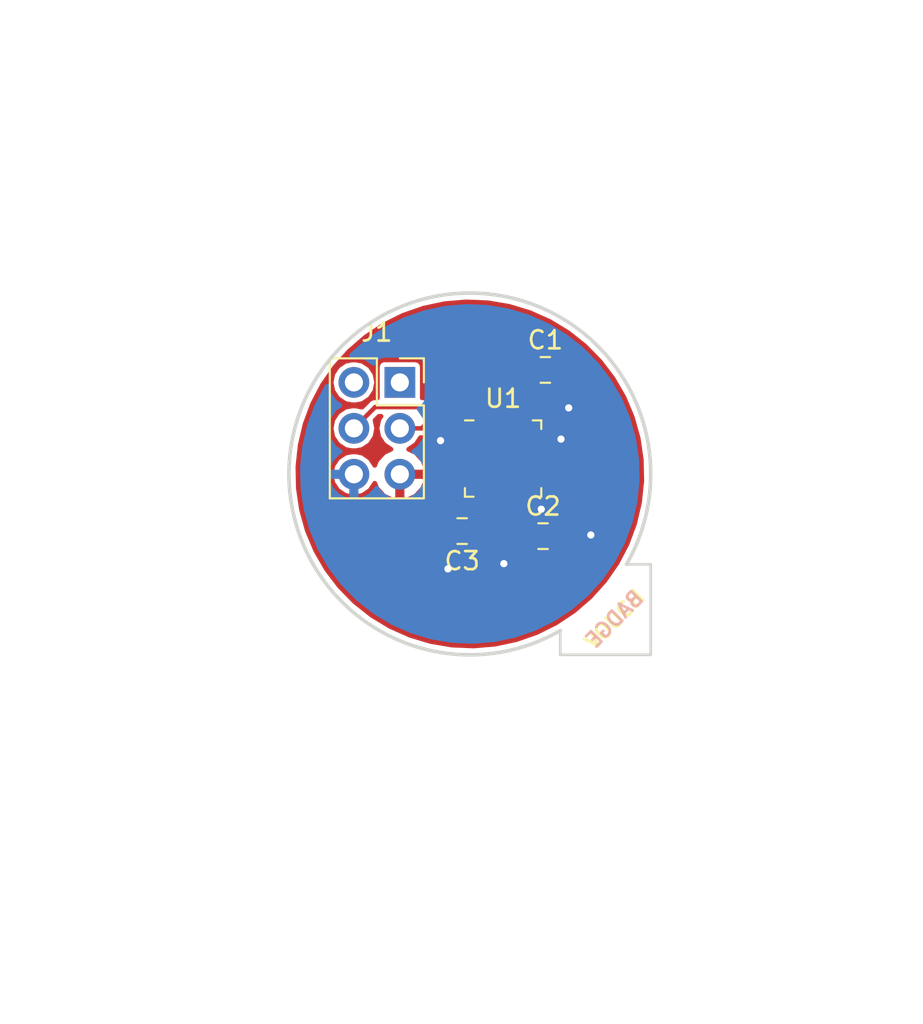
<source format=kicad_pcb>
(kicad_pcb (version 20171130) (host pcbnew 5.0.2+dfsg1-1)

  (general
    (thickness 1.6)
    (drawings 7)
    (tracks 37)
    (zones 0)
    (modules 9)
    (nets 12)
  )

  (page A4)
  (layers
    (0 F.Cu signal)
    (31 B.Cu signal)
    (32 B.Adhes user)
    (33 F.Adhes user)
    (34 B.Paste user)
    (35 F.Paste user)
    (36 B.SilkS user)
    (37 F.SilkS user)
    (38 B.Mask user)
    (39 F.Mask user)
    (40 Dwgs.User user)
    (41 Cmts.User user)
    (42 Eco1.User user)
    (43 Eco2.User user)
    (44 Edge.Cuts user)
    (45 Margin user)
    (46 B.CrtYd user)
    (47 F.CrtYd user)
    (48 B.Fab user)
    (49 F.Fab user)
  )

  (setup
    (last_trace_width 0.25)
    (trace_clearance 0.2)
    (zone_clearance 0.254)
    (zone_45_only no)
    (trace_min 0.2)
    (segment_width 0.2)
    (edge_width 0.15)
    (via_size 0.8)
    (via_drill 0.4)
    (via_min_size 0.4)
    (via_min_drill 0.3)
    (uvia_size 0.3)
    (uvia_drill 0.1)
    (uvias_allowed no)
    (uvia_min_size 0.2)
    (uvia_min_drill 0.1)
    (pcb_text_width 0.3)
    (pcb_text_size 1.5 1.5)
    (mod_edge_width 0.15)
    (mod_text_size 1 1)
    (mod_text_width 0.15)
    (pad_size 0.5 0.5)
    (pad_drill 0.5)
    (pad_to_mask_clearance 0.051)
    (solder_mask_min_width 0.25)
    (aux_axis_origin 0 0)
    (visible_elements FFFFFF7F)
    (pcbplotparams
      (layerselection 0x010fc_ffffffff)
      (usegerberextensions false)
      (usegerberattributes false)
      (usegerberadvancedattributes false)
      (creategerberjobfile false)
      (excludeedgelayer true)
      (linewidth 0.100000)
      (plotframeref false)
      (viasonmask false)
      (mode 1)
      (useauxorigin false)
      (hpglpennumber 1)
      (hpglpenspeed 20)
      (hpglpendiameter 15.000000)
      (psnegative false)
      (psa4output false)
      (plotreference true)
      (plotvalue true)
      (plotinvisibletext false)
      (padsonsilk false)
      (subtractmaskfromsilk false)
      (outputformat 1)
      (mirror false)
      (drillshape 1)
      (scaleselection 1)
      (outputdirectory ""))
  )

  (net 0 "")
  (net 1 "Net-(J1-Pad1)")
  (net 2 "Net-(J1-Pad2)")
  (net 3 +3V3)
  (net 4 GND)
  (net 5 "Net-(U1-Pad6)")
  (net 6 "Net-(U1-Pad7)")
  (net 7 "Net-(U1-Pad12)")
  (net 8 SCL)
  (net 9 SDA)
  (net 10 "Net-(C2-Pad1)")
  (net 11 "Net-(C1-Pad1)")

  (net_class Default "This is the default net class."
    (clearance 0.2)
    (trace_width 0.25)
    (via_dia 0.8)
    (via_drill 0.4)
    (uvia_dia 0.3)
    (uvia_drill 0.1)
    (add_net +3V3)
    (add_net GND)
    (add_net "Net-(C1-Pad1)")
    (add_net "Net-(C2-Pad1)")
    (add_net "Net-(J1-Pad1)")
    (add_net "Net-(J1-Pad2)")
    (add_net "Net-(U1-Pad12)")
    (add_net "Net-(U1-Pad6)")
    (add_net "Net-(U1-Pad7)")
    (add_net SCL)
    (add_net SDA)
  )

  (module MountingHole:MountingHole_2.2mm_M2 (layer F.Cu) (tedit 5D1143DF) (tstamp 5D2BA932)
    (at 80.97 119.65)
    (descr "Mounting Hole 2.2mm, no annular, M2")
    (tags "mounting hole 2.2mm no annular m2")
    (attr virtual)
    (fp_text reference REF** (at 0 -3.2) (layer F.SilkS) hide
      (effects (font (size 1 1) (thickness 0.15)))
    )
    (fp_text value MountingHole_2.2mm_M2 (at 0 3.2) (layer F.Fab) hide
      (effects (font (size 1 1) (thickness 0.15)))
    )
    (fp_text user %R (at 0.3 0) (layer F.Fab) hide
      (effects (font (size 1 1) (thickness 0.15)))
    )
    (fp_circle (center 0 0) (end 2.2 0) (layer Cmts.User) (width 0.15))
    (fp_circle (center 0 0) (end 2.45 0) (layer F.CrtYd) (width 0.05))
    (pad "" np_thru_hole circle (at 0 0) (size 0.5 0.5) (drill 0.5) (layers *.Cu *.Mask))
  )

  (module MountingHole:MountingHole_2.2mm_M2 (layer F.Cu) (tedit 5D1143E3) (tstamp 5D2BA924)
    (at 80.2 120.53)
    (descr "Mounting Hole 2.2mm, no annular, M2")
    (tags "mounting hole 2.2mm no annular m2")
    (attr virtual)
    (fp_text reference REF** (at 0 -3.2) (layer F.SilkS) hide
      (effects (font (size 1 1) (thickness 0.15)))
    )
    (fp_text value MountingHole_2.2mm_M2 (at 0 3.2) (layer F.Fab) hide
      (effects (font (size 1 1) (thickness 0.15)))
    )
    (fp_circle (center 0 0) (end 2.45 0) (layer F.CrtYd) (width 0.05))
    (fp_circle (center 0 0) (end 2.2 0) (layer Cmts.User) (width 0.15))
    (fp_text user %R (at 0.3 0) (layer F.Fab) hide
      (effects (font (size 1 1) (thickness 0.15)))
    )
    (pad "" np_thru_hole circle (at 0 0) (size 0.5 0.5) (drill 0.5) (layers *.Cu *.Mask))
  )

  (module MountingHole:MountingHole_2.2mm_M2 (layer F.Cu) (tedit 5D1143E8) (tstamp 5D2BA916)
    (at 79.34 121.42)
    (descr "Mounting Hole 2.2mm, no annular, M2")
    (tags "mounting hole 2.2mm no annular m2")
    (attr virtual)
    (fp_text reference REF** (at 0 -3.2) (layer F.SilkS) hide
      (effects (font (size 1 1) (thickness 0.15)))
    )
    (fp_text value MountingHole_2.2mm_M2 (at 0 3.2) (layer F.Fab) hide
      (effects (font (size 1 1) (thickness 0.15)))
    )
    (fp_text user %R (at 0.3 0) (layer F.Fab) hide
      (effects (font (size 1 1) (thickness 0.15)))
    )
    (fp_circle (center 0 0) (end 2.2 0) (layer Cmts.User) (width 0.15))
    (fp_circle (center 0 0) (end 2.45 0) (layer F.CrtYd) (width 0.05))
    (pad "" np_thru_hole circle (at 0 0) (size 0.5 0.5) (drill 0.5) (layers *.Cu *.Mask))
  )

  (module Connector_PinSocket_2.54mm:PinSocket_2x03_P2.54mm_Vertical (layer F.Cu) (tedit 5A19A425) (tstamp 5D1997FB)
    (at 68.63 108.74)
    (descr "Through hole straight socket strip, 2x03, 2.54mm pitch, double cols (from Kicad 4.0.7), script generated")
    (tags "Through hole socket strip THT 2x03 2.54mm double row")
    (path /5D113EA7)
    (fp_text reference J1 (at -1.27 -2.77) (layer F.SilkS)
      (effects (font (size 1 1) (thickness 0.15)))
    )
    (fp_text value Conn_02x03_Odd_Even (at -1.27 7.85) (layer F.Fab)
      (effects (font (size 1 1) (thickness 0.15)))
    )
    (fp_line (start -3.81 -1.27) (end 0.27 -1.27) (layer F.Fab) (width 0.1))
    (fp_line (start 0.27 -1.27) (end 1.27 -0.27) (layer F.Fab) (width 0.1))
    (fp_line (start 1.27 -0.27) (end 1.27 6.35) (layer F.Fab) (width 0.1))
    (fp_line (start 1.27 6.35) (end -3.81 6.35) (layer F.Fab) (width 0.1))
    (fp_line (start -3.81 6.35) (end -3.81 -1.27) (layer F.Fab) (width 0.1))
    (fp_line (start -3.87 -1.33) (end -1.27 -1.33) (layer F.SilkS) (width 0.12))
    (fp_line (start -3.87 -1.33) (end -3.87 6.41) (layer F.SilkS) (width 0.12))
    (fp_line (start -3.87 6.41) (end 1.33 6.41) (layer F.SilkS) (width 0.12))
    (fp_line (start 1.33 1.27) (end 1.33 6.41) (layer F.SilkS) (width 0.12))
    (fp_line (start -1.27 1.27) (end 1.33 1.27) (layer F.SilkS) (width 0.12))
    (fp_line (start -1.27 -1.33) (end -1.27 1.27) (layer F.SilkS) (width 0.12))
    (fp_line (start 1.33 -1.33) (end 1.33 0) (layer F.SilkS) (width 0.12))
    (fp_line (start 0 -1.33) (end 1.33 -1.33) (layer F.SilkS) (width 0.12))
    (fp_line (start -4.34 -1.8) (end 1.76 -1.8) (layer F.CrtYd) (width 0.05))
    (fp_line (start 1.76 -1.8) (end 1.76 6.85) (layer F.CrtYd) (width 0.05))
    (fp_line (start 1.76 6.85) (end -4.34 6.85) (layer F.CrtYd) (width 0.05))
    (fp_line (start -4.34 6.85) (end -4.34 -1.8) (layer F.CrtYd) (width 0.05))
    (fp_text user %R (at -1.27 2.54 90) (layer F.Fab)
      (effects (font (size 1 1) (thickness 0.15)))
    )
    (pad 1 thru_hole rect (at 0 0) (size 1.7 1.7) (drill 1) (layers *.Cu *.Mask)
      (net 1 "Net-(J1-Pad1)"))
    (pad 2 thru_hole oval (at -2.54 0) (size 1.7 1.7) (drill 1) (layers *.Cu *.Mask)
      (net 2 "Net-(J1-Pad2)"))
    (pad 3 thru_hole oval (at 0 2.54) (size 1.7 1.7) (drill 1) (layers *.Cu *.Mask)
      (net 9 SDA))
    (pad 4 thru_hole oval (at -2.54 2.54) (size 1.7 1.7) (drill 1) (layers *.Cu *.Mask)
      (net 8 SCL))
    (pad 5 thru_hole oval (at 0 5.08) (size 1.7 1.7) (drill 1) (layers *.Cu *.Mask)
      (net 3 +3V3))
    (pad 6 thru_hole oval (at -2.54 5.08) (size 1.7 1.7) (drill 1) (layers *.Cu *.Mask)
      (net 4 GND))
    (model ${KISYS3DMOD}/Connector_PinSocket_2.54mm.3dshapes/PinSocket_2x03_P2.54mm_Vertical.wrl
      (at (xyz 0 0 0))
      (scale (xyz 1 1 1))
      (rotate (xyz 0 0 0))
    )
  )

  (module Capacitor_SMD:C_0805_2012Metric_Pad1.15x1.40mm_HandSolder (layer F.Cu) (tedit 5B36C52B) (tstamp 5D178429)
    (at 72.075 116.96 180)
    (descr "Capacitor SMD 0805 (2012 Metric), square (rectangular) end terminal, IPC_7351 nominal with elongated pad for handsoldering. (Body size source: https://docs.google.com/spreadsheets/d/1BsfQQcO9C6DZCsRaXUlFlo91Tg2WpOkGARC1WS5S8t0/edit?usp=sharing), generated with kicad-footprint-generator")
    (tags "capacitor handsolder")
    (path /5D1128B4)
    (attr smd)
    (fp_text reference C3 (at 0 -1.65 180) (layer F.SilkS)
      (effects (font (size 1 1) (thickness 0.15)))
    )
    (fp_text value 100nF (at 0 1.65 180) (layer F.Fab)
      (effects (font (size 1 1) (thickness 0.15)))
    )
    (fp_text user %R (at 0 0 180) (layer F.Fab)
      (effects (font (size 0.5 0.5) (thickness 0.08)))
    )
    (fp_line (start 1.85 0.95) (end -1.85 0.95) (layer F.CrtYd) (width 0.05))
    (fp_line (start 1.85 -0.95) (end 1.85 0.95) (layer F.CrtYd) (width 0.05))
    (fp_line (start -1.85 -0.95) (end 1.85 -0.95) (layer F.CrtYd) (width 0.05))
    (fp_line (start -1.85 0.95) (end -1.85 -0.95) (layer F.CrtYd) (width 0.05))
    (fp_line (start -0.261252 0.71) (end 0.261252 0.71) (layer F.SilkS) (width 0.12))
    (fp_line (start -0.261252 -0.71) (end 0.261252 -0.71) (layer F.SilkS) (width 0.12))
    (fp_line (start 1 0.6) (end -1 0.6) (layer F.Fab) (width 0.1))
    (fp_line (start 1 -0.6) (end 1 0.6) (layer F.Fab) (width 0.1))
    (fp_line (start -1 -0.6) (end 1 -0.6) (layer F.Fab) (width 0.1))
    (fp_line (start -1 0.6) (end -1 -0.6) (layer F.Fab) (width 0.1))
    (pad 2 smd roundrect (at 1.025 0 180) (size 1.15 1.4) (layers F.Cu F.Paste F.Mask) (roundrect_rratio 0.217391)
      (net 4 GND))
    (pad 1 smd roundrect (at -1.025 0 180) (size 1.15 1.4) (layers F.Cu F.Paste F.Mask) (roundrect_rratio 0.217391)
      (net 3 +3V3))
    (model ${KISYS3DMOD}/Capacitor_SMD.3dshapes/C_0805_2012Metric.wrl
      (at (xyz 0 0 0))
      (scale (xyz 1 1 1))
      (rotate (xyz 0 0 0))
    )
  )

  (module Capacitor_SMD:C_0805_2012Metric_Pad1.15x1.40mm_HandSolder (layer F.Cu) (tedit 5B36C52B) (tstamp 5D178418)
    (at 76.545 117.24)
    (descr "Capacitor SMD 0805 (2012 Metric), square (rectangular) end terminal, IPC_7351 nominal with elongated pad for handsoldering. (Body size source: https://docs.google.com/spreadsheets/d/1BsfQQcO9C6DZCsRaXUlFlo91Tg2WpOkGARC1WS5S8t0/edit?usp=sharing), generated with kicad-footprint-generator")
    (tags "capacitor handsolder")
    (path /5D1129EC)
    (attr smd)
    (fp_text reference C2 (at 0 -1.65) (layer F.SilkS)
      (effects (font (size 1 1) (thickness 0.15)))
    )
    (fp_text value 100nF (at 0 1.65) (layer F.Fab)
      (effects (font (size 1 1) (thickness 0.15)))
    )
    (fp_text user %R (at 0 0) (layer F.Fab)
      (effects (font (size 0.5 0.5) (thickness 0.08)))
    )
    (fp_line (start 1.85 0.95) (end -1.85 0.95) (layer F.CrtYd) (width 0.05))
    (fp_line (start 1.85 -0.95) (end 1.85 0.95) (layer F.CrtYd) (width 0.05))
    (fp_line (start -1.85 -0.95) (end 1.85 -0.95) (layer F.CrtYd) (width 0.05))
    (fp_line (start -1.85 0.95) (end -1.85 -0.95) (layer F.CrtYd) (width 0.05))
    (fp_line (start -0.261252 0.71) (end 0.261252 0.71) (layer F.SilkS) (width 0.12))
    (fp_line (start -0.261252 -0.71) (end 0.261252 -0.71) (layer F.SilkS) (width 0.12))
    (fp_line (start 1 0.6) (end -1 0.6) (layer F.Fab) (width 0.1))
    (fp_line (start 1 -0.6) (end 1 0.6) (layer F.Fab) (width 0.1))
    (fp_line (start -1 -0.6) (end 1 -0.6) (layer F.Fab) (width 0.1))
    (fp_line (start -1 0.6) (end -1 -0.6) (layer F.Fab) (width 0.1))
    (pad 2 smd roundrect (at 1.025 0) (size 1.15 1.4) (layers F.Cu F.Paste F.Mask) (roundrect_rratio 0.217391)
      (net 4 GND))
    (pad 1 smd roundrect (at -1.025 0) (size 1.15 1.4) (layers F.Cu F.Paste F.Mask) (roundrect_rratio 0.217391)
      (net 10 "Net-(C2-Pad1)"))
    (model ${KISYS3DMOD}/Capacitor_SMD.3dshapes/C_0805_2012Metric.wrl
      (at (xyz 0 0 0))
      (scale (xyz 1 1 1))
      (rotate (xyz 0 0 0))
    )
  )

  (module Capacitor_SMD:C_0805_2012Metric_Pad1.15x1.40mm_HandSolder (layer F.Cu) (tedit 5B36C52B) (tstamp 5D178407)
    (at 76.675 108.05)
    (descr "Capacitor SMD 0805 (2012 Metric), square (rectangular) end terminal, IPC_7351 nominal with elongated pad for handsoldering. (Body size source: https://docs.google.com/spreadsheets/d/1BsfQQcO9C6DZCsRaXUlFlo91Tg2WpOkGARC1WS5S8t0/edit?usp=sharing), generated with kicad-footprint-generator")
    (tags "capacitor handsolder")
    (path /5D112A7D)
    (attr smd)
    (fp_text reference C1 (at 0 -1.65) (layer F.SilkS)
      (effects (font (size 1 1) (thickness 0.15)))
    )
    (fp_text value 100nF (at 0 1.65) (layer F.Fab)
      (effects (font (size 1 1) (thickness 0.15)))
    )
    (fp_line (start -1 0.6) (end -1 -0.6) (layer F.Fab) (width 0.1))
    (fp_line (start -1 -0.6) (end 1 -0.6) (layer F.Fab) (width 0.1))
    (fp_line (start 1 -0.6) (end 1 0.6) (layer F.Fab) (width 0.1))
    (fp_line (start 1 0.6) (end -1 0.6) (layer F.Fab) (width 0.1))
    (fp_line (start -0.261252 -0.71) (end 0.261252 -0.71) (layer F.SilkS) (width 0.12))
    (fp_line (start -0.261252 0.71) (end 0.261252 0.71) (layer F.SilkS) (width 0.12))
    (fp_line (start -1.85 0.95) (end -1.85 -0.95) (layer F.CrtYd) (width 0.05))
    (fp_line (start -1.85 -0.95) (end 1.85 -0.95) (layer F.CrtYd) (width 0.05))
    (fp_line (start 1.85 -0.95) (end 1.85 0.95) (layer F.CrtYd) (width 0.05))
    (fp_line (start 1.85 0.95) (end -1.85 0.95) (layer F.CrtYd) (width 0.05))
    (fp_text user %R (at 0 0) (layer F.Fab)
      (effects (font (size 0.5 0.5) (thickness 0.08)))
    )
    (pad 1 smd roundrect (at -1.025 0) (size 1.15 1.4) (layers F.Cu F.Paste F.Mask) (roundrect_rratio 0.217391)
      (net 11 "Net-(C1-Pad1)"))
    (pad 2 smd roundrect (at 1.025 0) (size 1.15 1.4) (layers F.Cu F.Paste F.Mask) (roundrect_rratio 0.217391)
      (net 4 GND))
    (model ${KISYS3DMOD}/Capacitor_SMD.3dshapes/C_0805_2012Metric.wrl
      (at (xyz 0 0 0))
      (scale (xyz 1 1 1))
      (rotate (xyz 0 0 0))
    )
  )

  (module Package_DFN_QFN:QFN-24-1EP_4x4mm_P0.5mm_EP2.7x2.6mm (layer F.Cu) (tedit 5B4D10EE) (tstamp 5D1560B9)
    (at 74.34 112.95)
    (descr "QFN, 24 Pin (https://store.invensense.com/datasheets/invensense/MPU-6050_DataSheet_V3%204.pdf), generated with kicad-footprint-generator ipc_dfn_qfn_generator.py")
    (tags "QFN DFN_QFN")
    (path /5D1126CD)
    (attr smd)
    (fp_text reference U1 (at 0 -3.32) (layer F.SilkS)
      (effects (font (size 1 1) (thickness 0.15)))
    )
    (fp_text value MPU-6050 (at 0 3.32) (layer F.Fab)
      (effects (font (size 1 1) (thickness 0.15)))
    )
    (fp_line (start 1.635 -2.11) (end 2.11 -2.11) (layer F.SilkS) (width 0.12))
    (fp_line (start 2.11 -2.11) (end 2.11 -1.635) (layer F.SilkS) (width 0.12))
    (fp_line (start -1.635 2.11) (end -2.11 2.11) (layer F.SilkS) (width 0.12))
    (fp_line (start -2.11 2.11) (end -2.11 1.635) (layer F.SilkS) (width 0.12))
    (fp_line (start 1.635 2.11) (end 2.11 2.11) (layer F.SilkS) (width 0.12))
    (fp_line (start 2.11 2.11) (end 2.11 1.635) (layer F.SilkS) (width 0.12))
    (fp_line (start -1.635 -2.11) (end -2.11 -2.11) (layer F.SilkS) (width 0.12))
    (fp_line (start -1 -2) (end 2 -2) (layer F.Fab) (width 0.1))
    (fp_line (start 2 -2) (end 2 2) (layer F.Fab) (width 0.1))
    (fp_line (start 2 2) (end -2 2) (layer F.Fab) (width 0.1))
    (fp_line (start -2 2) (end -2 -1) (layer F.Fab) (width 0.1))
    (fp_line (start -2 -1) (end -1 -2) (layer F.Fab) (width 0.1))
    (fp_line (start -2.62 -2.62) (end -2.62 2.62) (layer F.CrtYd) (width 0.05))
    (fp_line (start -2.62 2.62) (end 2.62 2.62) (layer F.CrtYd) (width 0.05))
    (fp_line (start 2.62 2.62) (end 2.62 -2.62) (layer F.CrtYd) (width 0.05))
    (fp_line (start 2.62 -2.62) (end -2.62 -2.62) (layer F.CrtYd) (width 0.05))
    (fp_text user %R (at 0 0) (layer F.Fab)
      (effects (font (size 1 1) (thickness 0.15)))
    )
    (pad 25 smd roundrect (at 0 0) (size 2.7 2.6) (layers F.Cu F.Mask) (roundrect_rratio 0.096154))
    (pad "" smd roundrect (at -0.675 -0.65) (size 1.09 1.05) (layers F.Paste) (roundrect_rratio 0.238095))
    (pad "" smd roundrect (at -0.675 0.65) (size 1.09 1.05) (layers F.Paste) (roundrect_rratio 0.238095))
    (pad "" smd roundrect (at 0.675 -0.65) (size 1.09 1.05) (layers F.Paste) (roundrect_rratio 0.238095))
    (pad "" smd roundrect (at 0.675 0.65) (size 1.09 1.05) (layers F.Paste) (roundrect_rratio 0.238095))
    (pad 1 smd roundrect (at -1.975 -1.25) (size 0.8 0.25) (layers F.Cu F.Paste F.Mask) (roundrect_rratio 0.25)
      (net 4 GND))
    (pad 2 smd roundrect (at -1.975 -0.75) (size 0.8 0.25) (layers F.Cu F.Paste F.Mask) (roundrect_rratio 0.25))
    (pad 3 smd roundrect (at -1.975 -0.25) (size 0.8 0.25) (layers F.Cu F.Paste F.Mask) (roundrect_rratio 0.25))
    (pad 4 smd roundrect (at -1.975 0.25) (size 0.8 0.25) (layers F.Cu F.Paste F.Mask) (roundrect_rratio 0.25))
    (pad 5 smd roundrect (at -1.975 0.75) (size 0.8 0.25) (layers F.Cu F.Paste F.Mask) (roundrect_rratio 0.25))
    (pad 6 smd roundrect (at -1.975 1.25) (size 0.8 0.25) (layers F.Cu F.Paste F.Mask) (roundrect_rratio 0.25)
      (net 5 "Net-(U1-Pad6)"))
    (pad 7 smd roundrect (at -1.25 1.975) (size 0.25 0.8) (layers F.Cu F.Paste F.Mask) (roundrect_rratio 0.25)
      (net 6 "Net-(U1-Pad7)"))
    (pad 8 smd roundrect (at -0.75 1.975) (size 0.25 0.8) (layers F.Cu F.Paste F.Mask) (roundrect_rratio 0.25)
      (net 3 +3V3))
    (pad 9 smd roundrect (at -0.25 1.975) (size 0.25 0.8) (layers F.Cu F.Paste F.Mask) (roundrect_rratio 0.25)
      (net 4 GND))
    (pad 10 smd roundrect (at 0.25 1.975) (size 0.25 0.8) (layers F.Cu F.Paste F.Mask) (roundrect_rratio 0.25)
      (net 10 "Net-(C2-Pad1)"))
    (pad 11 smd roundrect (at 0.75 1.975) (size 0.25 0.8) (layers F.Cu F.Paste F.Mask) (roundrect_rratio 0.25)
      (net 4 GND))
    (pad 12 smd roundrect (at 1.25 1.975) (size 0.25 0.8) (layers F.Cu F.Paste F.Mask) (roundrect_rratio 0.25)
      (net 7 "Net-(U1-Pad12)"))
    (pad 13 smd roundrect (at 1.975 1.25) (size 0.8 0.25) (layers F.Cu F.Paste F.Mask) (roundrect_rratio 0.25)
      (net 3 +3V3))
    (pad 14 smd roundrect (at 1.975 0.75) (size 0.8 0.25) (layers F.Cu F.Paste F.Mask) (roundrect_rratio 0.25))
    (pad 15 smd roundrect (at 1.975 0.25) (size 0.8 0.25) (layers F.Cu F.Paste F.Mask) (roundrect_rratio 0.25))
    (pad 16 smd roundrect (at 1.975 -0.25) (size 0.8 0.25) (layers F.Cu F.Paste F.Mask) (roundrect_rratio 0.25))
    (pad 17 smd roundrect (at 1.975 -0.75) (size 0.8 0.25) (layers F.Cu F.Paste F.Mask) (roundrect_rratio 0.25))
    (pad 18 smd roundrect (at 1.975 -1.25) (size 0.8 0.25) (layers F.Cu F.Paste F.Mask) (roundrect_rratio 0.25)
      (net 4 GND))
    (pad 19 smd roundrect (at 1.25 -1.975) (size 0.25 0.8) (layers F.Cu F.Paste F.Mask) (roundrect_rratio 0.25))
    (pad 20 smd roundrect (at 0.75 -1.975) (size 0.25 0.8) (layers F.Cu F.Paste F.Mask) (roundrect_rratio 0.25)
      (net 11 "Net-(C1-Pad1)"))
    (pad 21 smd roundrect (at 0.25 -1.975) (size 0.25 0.8) (layers F.Cu F.Paste F.Mask) (roundrect_rratio 0.25))
    (pad 22 smd roundrect (at -0.25 -1.975) (size 0.25 0.8) (layers F.Cu F.Paste F.Mask) (roundrect_rratio 0.25))
    (pad 23 smd roundrect (at -0.75 -1.975) (size 0.25 0.8) (layers F.Cu F.Paste F.Mask) (roundrect_rratio 0.25)
      (net 8 SCL))
    (pad 24 smd roundrect (at -1.25 -1.975) (size 0.25 0.8) (layers F.Cu F.Paste F.Mask) (roundrect_rratio 0.25)
      (net 9 SDA))
    (model ${KISYS3DMOD}/Package_DFN_QFN.3dshapes/QFN-24-1EP_4x4mm_P0.5mm_EP2.7x2.6mm.wrl
      (at (xyz 0 0 0))
      (scale (xyz 1 1 1))
      (rotate (xyz 0 0 0))
    )
  )

  (module MountingHole:MountingHole_2.2mm_M2 (layer F.Cu) (tedit 5D1143ED) (tstamp 5D2BA8DF)
    (at 78.41 122.19)
    (descr "Mounting Hole 2.2mm, no annular, M2")
    (tags "mounting hole 2.2mm no annular m2")
    (attr virtual)
    (fp_text reference REF** (at 0 -3.2) (layer F.SilkS) hide
      (effects (font (size 1 1) (thickness 0.15)))
    )
    (fp_text value MountingHole_2.2mm_M2 (at 0 3.2) (layer F.Fab) hide
      (effects (font (size 1 1) (thickness 0.15)))
    )
    (fp_circle (center 0 0) (end 2.45 0) (layer F.CrtYd) (width 0.05))
    (fp_circle (center 0 0) (end 2.2 0) (layer Cmts.User) (width 0.15))
    (fp_text user %R (at 0.3 0) (layer F.Fab) hide
      (effects (font (size 1 1) (thickness 0.15)))
    )
    (pad "" np_thru_hole circle (at 0 0) (size 0.5 0.5) (drill 0.5) (layers *.Cu *.Mask))
  )

  (gr_text VOUCH (at 80.53 121.85 45) (layer F.SilkS) (tstamp 5D2B4011)
    (effects (font (size 0.8128 0.8128) (thickness 0.1524)))
  )
  (gr_text BADGE (at 80.5 121.83 45) (layer B.SilkS)
    (effects (font (size 0.8128 0.8128) (thickness 0.1524)) (justify mirror))
  )
  (gr_line (start 82.5 118.8) (end 82.5 123.8) (layer Edge.Cuts) (width 0.15))
  (gr_line (start 81.16 118.8) (end 82.5 118.8) (layer Edge.Cuts) (width 0.15))
  (gr_line (start 77.5 123.8) (end 82.5 123.8) (layer Edge.Cuts) (width 0.15))
  (gr_line (start 77.5 122.46) (end 77.5 123.8) (layer Edge.Cuts) (width 0.15))
  (gr_arc (start 72.5 113.8) (end 77.5 122.46) (angle 330) (layer Edge.Cuts) (width 0.2))

  (segment (start 73.59 116.9) (end 73.34 117.15) (width 0.25) (layer F.Cu) (net 3))
  (segment (start 73.59 114.925) (end 73.59 116.9) (width 0.25) (layer F.Cu) (net 3))
  (segment (start 77.34 117.15) (end 79.165 117.15) (width 0.25) (layer F.Cu) (net 4))
  (via (at 79.19 117.175) (size 0.8) (drill 0.4) (layers F.Cu B.Cu) (net 4))
  (segment (start 79.165 117.15) (end 79.19 117.175) (width 0.25) (layer F.Cu) (net 4))
  (via (at 71.29 119.05) (size 0.8) (drill 0.4) (layers F.Cu B.Cu) (net 4))
  (segment (start 71.29 117.15) (end 71.29 119.05) (width 0.25) (layer F.Cu) (net 4))
  (via (at 77.965 110.15) (size 0.8) (drill 0.4) (layers F.Cu B.Cu) (net 4))
  (segment (start 77.665 108.25) (end 77.665 109.85) (width 0.25) (layer F.Cu) (net 4))
  (segment (start 77.665 109.85) (end 77.965 110.15) (width 0.25) (layer F.Cu) (net 4))
  (segment (start 76.315 111.7) (end 77.365 111.7) (width 0.25) (layer F.Cu) (net 4))
  (via (at 77.54 111.875) (size 0.8) (drill 0.4) (layers F.Cu B.Cu) (net 4))
  (segment (start 77.365 111.7) (end 77.54 111.875) (width 0.25) (layer F.Cu) (net 4))
  (via (at 70.88 111.96) (size 0.8) (drill 0.4) (layers F.Cu B.Cu) (net 4))
  (segment (start 72.365 111.7) (end 71.14 111.7) (width 0.25) (layer F.Cu) (net 4))
  (segment (start 71.14 111.7) (end 70.88 111.96) (width 0.25) (layer F.Cu) (net 4))
  (segment (start 75.415 115.75) (end 76.45 115.75) (width 0.25) (layer F.Cu) (net 4))
  (segment (start 75.09 114.925) (end 75.09 115.425) (width 0.25) (layer F.Cu) (net 4))
  (via (at 76.45 115.75) (size 0.8) (drill 0.4) (layers F.Cu B.Cu) (net 4))
  (segment (start 75.09 115.425) (end 75.415 115.75) (width 0.25) (layer F.Cu) (net 4))
  (via (at 74.38 118.76) (size 0.8) (drill 0.4) (layers F.Cu B.Cu) (net 4))
  (segment (start 74.09 114.925) (end 74.09 118.47) (width 0.25) (layer F.Cu) (net 4))
  (segment (start 74.09 118.47) (end 74.38 118.76) (width 0.25) (layer F.Cu) (net 4))
  (segment (start 73.59 110.475) (end 73.59 110.975) (width 0.25) (layer F.Cu) (net 8))
  (segment (start 73.219999 110.104999) (end 73.59 110.475) (width 0.25) (layer F.Cu) (net 8))
  (segment (start 67.265001 110.104999) (end 73.219999 110.104999) (width 0.25) (layer F.Cu) (net 8))
  (segment (start 66.09 111.28) (end 67.265001 110.104999) (width 0.25) (layer F.Cu) (net 8))
  (segment (start 72.865 110.975) (end 73.09 110.975) (width 0.25) (layer F.Cu) (net 9))
  (segment (start 69.832081 111.28) (end 70.137081 110.975) (width 0.25) (layer F.Cu) (net 9))
  (segment (start 70.137081 110.975) (end 72.865 110.975) (width 0.25) (layer F.Cu) (net 9))
  (segment (start 68.63 111.28) (end 69.832081 111.28) (width 0.25) (layer F.Cu) (net 9))
  (segment (start 74.59 116.45) (end 75.29 117.15) (width 0.25) (layer F.Cu) (net 10))
  (segment (start 74.59 114.925) (end 74.59 116.45) (width 0.25) (layer F.Cu) (net 10))
  (segment (start 75.09 110.475) (end 75.09 110.975) (width 0.25) (layer F.Cu) (net 11))
  (segment (start 75.09 109.575) (end 75.09 110.475) (width 0.25) (layer F.Cu) (net 11))
  (segment (start 75.615 109.05) (end 75.09 109.575) (width 0.25) (layer F.Cu) (net 11))
  (segment (start 75.615 108.25) (end 75.615 109.05) (width 0.25) (layer F.Cu) (net 11))

  (zone (net 3) (net_name +3V3) (layer F.Cu) (tstamp 0) (hatch edge 0.508)
    (connect_pads (clearance 0.254))
    (min_thickness 0.254)
    (fill yes (arc_segments 16) (thermal_gap 0.508) (thermal_bridge_width 0.508))
    (polygon
      (pts
        (xy 51.125 93.275) (xy 91.5 91.5) (xy 94.75 135.525) (xy 54.225 141.05) (xy 49.5 112.775)
      )
    )
    (filled_polygon
      (pts
        (xy 73.494763 104.334298) (xy 74.673291 104.533615) (xy 75.81753 104.879066) (xy 76.909466 105.36521) (xy 77.931857 105.984374)
        (xy 78.86858 106.726793) (xy 79.704873 107.580766) (xy 80.427536 108.532813) (xy 81.025175 109.567925) (xy 81.488372 110.669789)
        (xy 81.809817 111.821018) (xy 81.984439 113.00345) (xy 82.009486 114.198439) (xy 81.884562 115.387159) (xy 81.611638 116.550838)
        (xy 81.195017 117.671141) (xy 80.641274 118.730387) (xy 79.95914 119.711878) (xy 79.15936 120.600146) (xy 78.254565 121.381164)
        (xy 77.259018 122.042622) (xy 76.188417 122.574089) (xy 75.059649 122.967184) (xy 73.890515 123.215706) (xy 72.699442 123.315739)
        (xy 71.505237 123.265702) (xy 70.326713 123.066385) (xy 69.18247 122.720934) (xy 68.090531 122.234789) (xy 67.068143 121.615626)
        (xy 66.13142 120.873207) (xy 65.29513 120.019238) (xy 64.572464 119.067187) (xy 63.974825 118.032075) (xy 63.511628 116.930211)
        (xy 63.190183 115.778982) (xy 63.015561 114.59655) (xy 62.990514 113.401561) (xy 63.115438 112.212841) (xy 63.334222 111.28)
        (xy 64.834884 111.28) (xy 64.930424 111.760312) (xy 65.202499 112.167501) (xy 65.609688 112.439576) (xy 65.968761 112.511)
        (xy 66.211239 112.511) (xy 66.570312 112.439576) (xy 66.977501 112.167501) (xy 67.249576 111.760312) (xy 67.345116 111.28)
        (xy 67.255603 110.829989) (xy 67.474593 110.610999) (xy 67.596502 110.610999) (xy 67.470424 110.799688) (xy 67.374884 111.28)
        (xy 67.470424 111.760312) (xy 67.742499 112.167501) (xy 68.146963 112.437755) (xy 67.748642 112.624817) (xy 67.358355 113.053076)
        (xy 67.243445 113.330512) (xy 66.977501 112.932499) (xy 66.570312 112.660424) (xy 66.211239 112.589) (xy 65.968761 112.589)
        (xy 65.609688 112.660424) (xy 65.202499 112.932499) (xy 64.930424 113.339688) (xy 64.834884 113.82) (xy 64.930424 114.300312)
        (xy 65.202499 114.707501) (xy 65.609688 114.979576) (xy 65.968761 115.051) (xy 66.211239 115.051) (xy 66.570312 114.979576)
        (xy 66.977501 114.707501) (xy 67.243445 114.309488) (xy 67.358355 114.586924) (xy 67.748642 115.015183) (xy 68.273108 115.261486)
        (xy 68.503 115.140819) (xy 68.503 113.947) (xy 68.757 113.947) (xy 68.757 115.140819) (xy 68.986892 115.261486)
        (xy 69.511358 115.015183) (xy 69.901645 114.586924) (xy 70.071476 114.17689) (xy 69.950155 113.947) (xy 68.757 113.947)
        (xy 68.503 113.947) (xy 68.483 113.947) (xy 68.483 113.693) (xy 68.503 113.693) (xy 68.503 113.673)
        (xy 68.757 113.673) (xy 68.757 113.693) (xy 69.950155 113.693) (xy 70.071476 113.46311) (xy 69.901645 113.053076)
        (xy 69.511358 112.624817) (xy 69.113037 112.437755) (xy 69.517501 112.167501) (xy 69.772412 111.786) (xy 69.782247 111.786)
        (xy 69.832081 111.795913) (xy 69.881915 111.786) (xy 69.881916 111.786) (xy 70.029512 111.756641) (xy 70.153087 111.674072)
        (xy 70.099 111.804649) (xy 70.099 112.115351) (xy 70.2179 112.402401) (xy 70.437599 112.6221) (xy 70.724649 112.741)
        (xy 71.035351 112.741) (xy 71.322401 112.6221) (xy 71.5421 112.402401) (xy 71.584164 112.300849) (xy 71.610864 112.435076)
        (xy 71.620836 112.45) (xy 71.610864 112.464924) (xy 71.576536 112.6375) (xy 71.576536 112.7625) (xy 71.610864 112.935076)
        (xy 71.620836 112.95) (xy 71.610864 112.964924) (xy 71.576536 113.1375) (xy 71.576536 113.2625) (xy 71.610864 113.435076)
        (xy 71.620836 113.45) (xy 71.610864 113.464924) (xy 71.576536 113.6375) (xy 71.576536 113.7625) (xy 71.610864 113.935076)
        (xy 71.620836 113.95) (xy 71.610864 113.964924) (xy 71.576536 114.1375) (xy 71.576536 114.2625) (xy 71.610864 114.435076)
        (xy 71.70862 114.58138) (xy 71.854924 114.679136) (xy 72.0275 114.713464) (xy 72.576536 114.713464) (xy 72.576536 115.2625)
        (xy 72.610864 115.435076) (xy 72.70862 115.58138) (xy 72.773903 115.625) (xy 72.398691 115.625) (xy 72.165302 115.721673)
        (xy 71.986673 115.900301) (xy 71.89 116.13369) (xy 71.89 116.153627) (xy 71.826463 116.058537) (xy 71.61933 115.920136)
        (xy 71.375001 115.871536) (xy 70.724999 115.871536) (xy 70.48067 115.920136) (xy 70.273537 116.058537) (xy 70.135136 116.26567)
        (xy 70.086536 116.509999) (xy 70.086536 117.410001) (xy 70.135136 117.65433) (xy 70.273537 117.861463) (xy 70.48067 117.999864)
        (xy 70.724999 118.048464) (xy 70.784 118.048464) (xy 70.784001 118.451498) (xy 70.6279 118.607599) (xy 70.509 118.894649)
        (xy 70.509 119.205351) (xy 70.6279 119.492401) (xy 70.847599 119.7121) (xy 71.134649 119.831) (xy 71.445351 119.831)
        (xy 71.732401 119.7121) (xy 71.9521 119.492401) (xy 72.071 119.205351) (xy 72.071 118.894649) (xy 71.9521 118.607599)
        (xy 71.796 118.451499) (xy 71.796 117.881818) (xy 71.826463 117.861463) (xy 71.89 117.766373) (xy 71.89 117.78631)
        (xy 71.986673 118.019699) (xy 72.165302 118.198327) (xy 72.398691 118.295) (xy 72.81425 118.295) (xy 72.973 118.13625)
        (xy 72.973 117.087) (xy 72.953 117.087) (xy 72.953 116.833) (xy 72.973 116.833) (xy 72.973 116.813)
        (xy 73.227 116.813) (xy 73.227 116.833) (xy 73.247 116.833) (xy 73.247 117.087) (xy 73.227 117.087)
        (xy 73.227 118.13625) (xy 73.38575 118.295) (xy 73.584001 118.295) (xy 73.584001 118.420161) (xy 73.574087 118.47)
        (xy 73.600264 118.601597) (xy 73.599 118.604649) (xy 73.599 118.915351) (xy 73.7179 119.202401) (xy 73.937599 119.4221)
        (xy 74.224649 119.541) (xy 74.535351 119.541) (xy 74.822401 119.4221) (xy 75.0421 119.202401) (xy 75.161 118.915351)
        (xy 75.161 118.604649) (xy 75.0421 118.317599) (xy 75.017698 118.293197) (xy 75.194999 118.328464) (xy 75.845001 118.328464)
        (xy 76.08933 118.279864) (xy 76.296463 118.141463) (xy 76.434864 117.93433) (xy 76.483464 117.690001) (xy 76.483464 116.789999)
        (xy 76.434864 116.54567) (xy 76.425062 116.531) (xy 76.605351 116.531) (xy 76.687741 116.496873) (xy 76.655136 116.54567)
        (xy 76.606536 116.789999) (xy 76.606536 117.690001) (xy 76.655136 117.93433) (xy 76.793537 118.141463) (xy 77.00067 118.279864)
        (xy 77.244999 118.328464) (xy 77.895001 118.328464) (xy 78.13933 118.279864) (xy 78.346463 118.141463) (xy 78.484864 117.93433)
        (xy 78.533464 117.690001) (xy 78.533464 117.656) (xy 78.566499 117.656) (xy 78.747599 117.8371) (xy 79.034649 117.956)
        (xy 79.345351 117.956) (xy 79.632401 117.8371) (xy 79.8521 117.617401) (xy 79.971 117.330351) (xy 79.971 117.019649)
        (xy 79.8521 116.732599) (xy 79.632401 116.5129) (xy 79.345351 116.394) (xy 79.034649 116.394) (xy 78.747599 116.5129)
        (xy 78.616499 116.644) (xy 78.504423 116.644) (xy 78.484864 116.54567) (xy 78.346463 116.338537) (xy 78.13933 116.200136)
        (xy 77.895001 116.151536) (xy 77.244999 116.151536) (xy 77.118614 116.176676) (xy 77.231 115.905351) (xy 77.231 115.594649)
        (xy 77.1121 115.307599) (xy 76.892401 115.0879) (xy 76.605351 114.969) (xy 76.294649 114.969) (xy 76.103464 115.048191)
        (xy 76.103464 114.885786) (xy 76.188 114.80125) (xy 76.188 114.2625) (xy 76.442 114.2625) (xy 76.442 114.80125)
        (xy 76.60075 114.96) (xy 76.841309 114.96) (xy 77.074698 114.863327) (xy 77.253327 114.684699) (xy 77.35 114.45131)
        (xy 77.35 114.42125) (xy 77.19125 114.2625) (xy 76.442 114.2625) (xy 76.188 114.2625) (xy 76.168 114.2625)
        (xy 76.168 114.213464) (xy 76.6525 114.213464) (xy 76.825076 114.179136) (xy 76.887389 114.1375) (xy 77.19125 114.1375)
        (xy 77.35 113.97875) (xy 77.35 113.94869) (xy 77.253327 113.715301) (xy 77.085571 113.547546) (xy 77.069136 113.464924)
        (xy 77.059164 113.45) (xy 77.069136 113.435076) (xy 77.103464 113.2625) (xy 77.103464 113.1375) (xy 77.069136 112.964924)
        (xy 77.059164 112.95) (xy 77.069136 112.935076) (xy 77.103464 112.7625) (xy 77.103464 112.6375) (xy 77.07999 112.519491)
        (xy 77.097599 112.5371) (xy 77.384649 112.656) (xy 77.695351 112.656) (xy 77.982401 112.5371) (xy 78.2021 112.317401)
        (xy 78.321 112.030351) (xy 78.321 111.719649) (xy 78.2021 111.432599) (xy 77.982401 111.2129) (xy 77.695351 111.094)
        (xy 77.384649 111.094) (xy 77.143228 111.194) (xy 76.690024 111.194) (xy 76.6525 111.186536) (xy 76.103464 111.186536)
        (xy 76.103464 110.6375) (xy 76.069136 110.464924) (xy 75.97138 110.31862) (xy 75.825076 110.220864) (xy 75.6525 110.186536)
        (xy 75.596 110.186536) (xy 75.596 109.784591) (xy 75.937555 109.443037) (xy 75.979806 109.414806) (xy 76.091641 109.247431)
        (xy 76.119014 109.109818) (xy 76.21933 109.089864) (xy 76.426463 108.951463) (xy 76.564864 108.74433) (xy 76.613464 108.500001)
        (xy 76.613464 107.599999) (xy 76.736536 107.599999) (xy 76.736536 108.500001) (xy 76.785136 108.74433) (xy 76.923537 108.951463)
        (xy 77.13067 109.089864) (xy 77.159001 109.095499) (xy 77.159001 109.800161) (xy 77.149087 109.85) (xy 77.184 110.025513)
        (xy 77.184 110.305351) (xy 77.3029 110.592401) (xy 77.522599 110.8121) (xy 77.809649 110.931) (xy 78.120351 110.931)
        (xy 78.407401 110.8121) (xy 78.6271 110.592401) (xy 78.746 110.305351) (xy 78.746 109.994649) (xy 78.6271 109.707599)
        (xy 78.407401 109.4879) (xy 78.171 109.38998) (xy 78.171 109.109423) (xy 78.26933 109.089864) (xy 78.476463 108.951463)
        (xy 78.614864 108.74433) (xy 78.663464 108.500001) (xy 78.663464 107.599999) (xy 78.614864 107.35567) (xy 78.476463 107.148537)
        (xy 78.26933 107.010136) (xy 78.025001 106.961536) (xy 77.374999 106.961536) (xy 77.13067 107.010136) (xy 76.923537 107.148537)
        (xy 76.785136 107.35567) (xy 76.736536 107.599999) (xy 76.613464 107.599999) (xy 76.564864 107.35567) (xy 76.426463 107.148537)
        (xy 76.21933 107.010136) (xy 75.975001 106.961536) (xy 75.324999 106.961536) (xy 75.08067 107.010136) (xy 74.873537 107.148537)
        (xy 74.735136 107.35567) (xy 74.686536 107.599999) (xy 74.686536 108.500001) (xy 74.735136 108.74433) (xy 74.873537 108.951463)
        (xy 74.948115 109.001294) (xy 74.767447 109.181962) (xy 74.725194 109.210194) (xy 74.613359 109.37757) (xy 74.600539 109.442022)
        (xy 74.574087 109.575) (xy 74.584 109.624835) (xy 74.584001 110.186536) (xy 74.5275 110.186536) (xy 74.354924 110.220864)
        (xy 74.34 110.230836) (xy 74.325076 110.220864) (xy 74.1525 110.186536) (xy 74.0275 110.186536) (xy 74.008359 110.190343)
        (xy 73.954806 110.110194) (xy 73.912555 110.081964) (xy 73.613037 109.782446) (xy 73.584805 109.740193) (xy 73.41743 109.628358)
        (xy 73.269834 109.598999) (xy 73.269833 109.598999) (xy 73.219999 109.589086) (xy 73.170165 109.598999) (xy 69.866674 109.598999)
        (xy 69.868464 109.59) (xy 69.868464 107.89) (xy 69.838894 107.741341) (xy 69.754686 107.615314) (xy 69.628659 107.531106)
        (xy 69.48 107.501536) (xy 67.78 107.501536) (xy 67.631341 107.531106) (xy 67.505314 107.615314) (xy 67.421106 107.741341)
        (xy 67.391536 107.89) (xy 67.391536 109.59) (xy 67.393326 109.598999) (xy 67.314834 109.598999) (xy 67.265 109.589086)
        (xy 67.215166 109.598999) (xy 67.06757 109.628358) (xy 66.900195 109.740193) (xy 66.871964 109.782444) (xy 66.540011 110.114397)
        (xy 66.211239 110.049) (xy 65.968761 110.049) (xy 65.609688 110.120424) (xy 65.202499 110.392499) (xy 64.930424 110.799688)
        (xy 64.834884 111.28) (xy 63.334222 111.28) (xy 63.388362 111.049162) (xy 63.804981 109.928862) (xy 64.358729 108.869608)
        (xy 64.448806 108.74) (xy 64.834884 108.74) (xy 64.930424 109.220312) (xy 65.202499 109.627501) (xy 65.609688 109.899576)
        (xy 65.968761 109.971) (xy 66.211239 109.971) (xy 66.570312 109.899576) (xy 66.977501 109.627501) (xy 67.249576 109.220312)
        (xy 67.345116 108.74) (xy 67.249576 108.259688) (xy 66.977501 107.852499) (xy 66.570312 107.580424) (xy 66.211239 107.509)
        (xy 65.968761 107.509) (xy 65.609688 107.580424) (xy 65.202499 107.852499) (xy 64.930424 108.259688) (xy 64.834884 108.74)
        (xy 64.448806 108.74) (xy 65.040863 107.888118) (xy 65.840636 106.999857) (xy 66.745427 106.218842) (xy 67.740977 105.557381)
        (xy 68.811583 105.025911) (xy 69.940351 104.632816) (xy 71.109485 104.384294) (xy 72.300559 104.284261)
      )
    )
  )
  (zone (net 4) (net_name GND) (layer B.Cu) (tstamp 0) (hatch edge 0.508)
    (connect_pads (clearance 0.508))
    (min_thickness 0.254)
    (fill yes (arc_segments 16) (thermal_gap 0.508) (thermal_bridge_width 0.508))
    (polygon
      (pts
        (xy 46.525 89.9) (xy 96.125 87.6) (xy 97.575 139) (xy 47.25 144.225)
      )
    )
    (filled_polygon
      (pts
        (xy 73.468165 104.587407) (xy 74.615175 104.781394) (xy 75.728827 105.11761) (xy 76.791555 105.59075) (xy 77.786616 106.193364)
        (xy 78.698288 106.915928) (xy 79.512214 107.747061) (xy 80.215558 108.673657) (xy 80.797218 109.681093) (xy 81.248028 110.753489)
        (xy 81.560875 111.873929) (xy 81.730829 113.024747) (xy 81.755206 114.18779) (xy 81.633622 115.344725) (xy 81.367996 116.477289)
        (xy 80.962519 117.567625) (xy 80.423578 118.598555) (xy 79.759679 119.553807) (xy 78.981295 120.41831) (xy 78.100693 121.178446)
        (xy 77.131763 121.822219) (xy 76.089796 122.339472) (xy 74.991211 122.722057) (xy 73.853332 122.963935) (xy 72.694121 123.061292)
        (xy 71.531835 123.012593) (xy 70.384821 122.818606) (xy 69.271173 122.48239) (xy 68.208437 122.009246) (xy 67.213384 121.406636)
        (xy 66.301715 120.684075) (xy 65.487786 119.852939) (xy 64.784442 118.926343) (xy 64.202782 117.918907) (xy 63.751972 116.846511)
        (xy 63.439125 115.726071) (xy 63.269171 114.575253) (xy 63.260822 114.17689) (xy 64.648524 114.17689) (xy 64.818355 114.586924)
        (xy 65.208642 115.015183) (xy 65.733108 115.261486) (xy 65.963 115.140819) (xy 65.963 113.947) (xy 64.769845 113.947)
        (xy 64.648524 114.17689) (xy 63.260822 114.17689) (xy 63.244794 113.41221) (xy 63.366377 112.255282) (xy 63.632004 111.122711)
        (xy 64.037484 110.032369) (xy 64.576422 109.001446) (xy 64.616455 108.943844) (xy 64.691161 109.319418) (xy 65.019375 109.810625)
        (xy 65.317761 110.01) (xy 65.019375 110.209375) (xy 64.691161 110.700582) (xy 64.575908 111.28) (xy 64.691161 111.859418)
        (xy 65.019375 112.350625) (xy 65.338478 112.563843) (xy 65.208642 112.624817) (xy 64.818355 113.053076) (xy 64.648524 113.46311)
        (xy 64.769845 113.693) (xy 65.963 113.693) (xy 65.963 113.673) (xy 66.217 113.673) (xy 66.217 113.693)
        (xy 66.237 113.693) (xy 66.237 113.947) (xy 66.217 113.947) (xy 66.217 115.140819) (xy 66.446892 115.261486)
        (xy 66.971358 115.015183) (xy 67.358647 114.590214) (xy 67.559375 114.890625) (xy 68.050582 115.218839) (xy 68.483744 115.305)
        (xy 68.776256 115.305) (xy 69.209418 115.218839) (xy 69.700625 114.890625) (xy 70.028839 114.399418) (xy 70.144092 113.82)
        (xy 70.028839 113.240582) (xy 69.700625 112.749375) (xy 69.402239 112.55) (xy 69.700625 112.350625) (xy 70.028839 111.859418)
        (xy 70.144092 111.28) (xy 70.028839 110.700582) (xy 69.700625 110.209375) (xy 69.682381 110.197184) (xy 69.727765 110.188157)
        (xy 69.937809 110.047809) (xy 70.078157 109.837765) (xy 70.12744 109.59) (xy 70.12744 107.89) (xy 70.078157 107.642235)
        (xy 69.937809 107.432191) (xy 69.727765 107.291843) (xy 69.48 107.24256) (xy 67.78 107.24256) (xy 67.532235 107.291843)
        (xy 67.322191 107.432191) (xy 67.181843 107.642235) (xy 67.172816 107.687619) (xy 67.160625 107.669375) (xy 66.669418 107.341161)
        (xy 66.236256 107.255) (xy 65.952698 107.255) (xy 66.018709 107.181685) (xy 66.899303 106.421557) (xy 67.868237 105.777781)
        (xy 68.91021 105.260525) (xy 70.008788 104.877943) (xy 71.146676 104.636063) (xy 72.305879 104.538708)
      )
    )
  )
)

</source>
